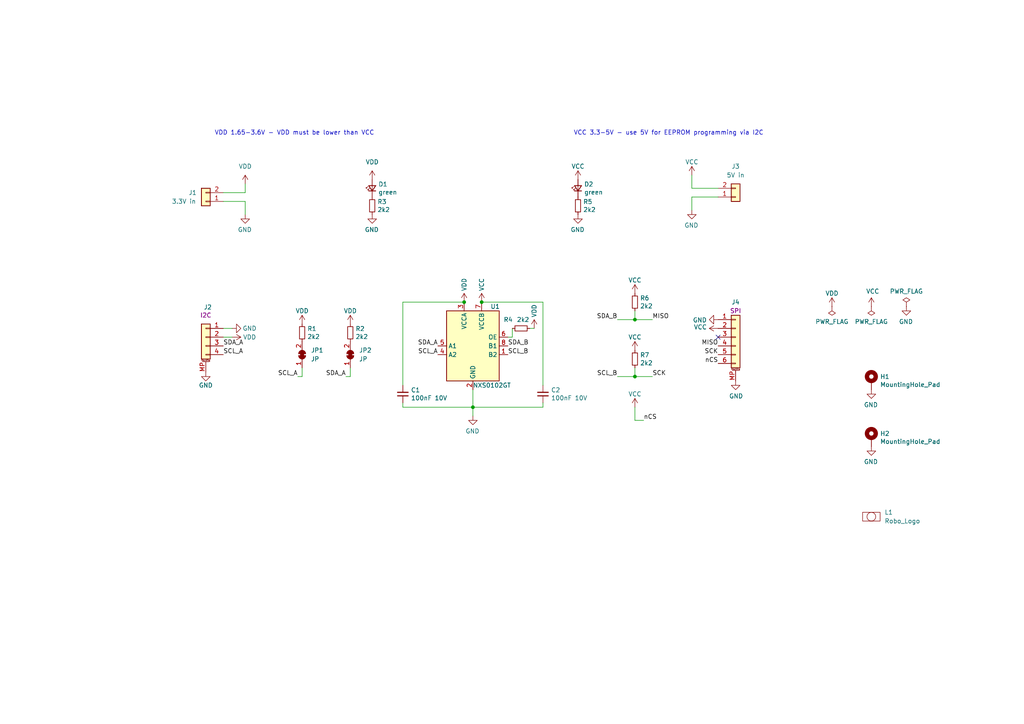
<source format=kicad_sch>
(kicad_sch (version 20211123) (generator eeschema)
  (paper "A4")
  (lib_symbols
    (symbol "Connector_Generic:Conn_01x02" (pin_names (offset 1.016) hide)
      (property "Reference" "J" (at 0 2.54 0))
      (property "Value" "Conn_01x02" (at 0 -5.08 0))
      (symbol "Conn_01x02_1_1"
        (rectangle (start -1.27 -2.413) (end 0 -2.667) (stroke (width 0.1524)))
        (rectangle (start -1.27 0.127) (end 0 -0.127) (stroke (width 0.1524)))
        (rectangle (start -1.27 1.27) (end 1.27 -3.81) (stroke (width 0.254)) (fill (type background)))
        (pin passive line (at -5.08 0 0) (length 3.81) (name "Pin_1") (number "1"))
        (pin passive line (at -5.08 -2.54 0) (length 3.81) (name "Pin_2") (number "2"))
      )
    )
    (symbol "Connector_Generic_MountingPin:Conn_01x04_MountingPin" (pin_names (offset 1.016) hide)
      (property "Reference" "J" (at 0 5.08 0))
      (property "Value" "Conn_01x04_MountingPin" (at 1.27 -7.62 0))
      (symbol "Conn_01x04_MountingPin_1_1"
        (rectangle (start -1.27 -4.953) (end 0 -5.207) (stroke (width 0.1524)))
        (rectangle (start -1.27 -2.413) (end 0 -2.667) (stroke (width 0.1524)))
        (rectangle (start -1.27 0.127) (end 0 -0.127) (stroke (width 0.1524)))
        (rectangle (start -1.27 2.667) (end 0 2.413) (stroke (width 0.1524)))
        (rectangle (start -1.27 3.81) (end 1.27 -6.35) (stroke (width 0.254)) (fill (type background)))
        (polyline (pts (xy -1.016 -7.112) (xy 1.016 -7.112)) (stroke (width 0.1524)))
        (text "Mounting" (at 0 -6.731 0) (effects (font (size 0.381 0.381))))
        (pin passive line (at -5.08 2.54 0) (length 3.81) (name "Pin_1") (number "1"))
        (pin passive line (at -5.08 0 0) (length 3.81) (name "Pin_2") (number "2"))
        (pin passive line (at -5.08 -2.54 0) (length 3.81) (name "Pin_3") (number "3"))
        (pin passive line (at -5.08 -5.08 0) (length 3.81) (name "Pin_4") (number "4"))
        (pin passive line (at 0 -10.16 90) (length 3.048) (name "MountPin") (number "MP"))
      )
    )
    (symbol "Connector_Generic_MountingPin:Conn_01x06_MountingPin" (pin_names (offset 1.016) hide)
      (property "Reference" "J" (at 0 7.62 0))
      (property "Value" "Conn_01x06_MountingPin" (at 1.27 -10.16 0))
      (symbol "Conn_01x06_MountingPin_1_1"
        (rectangle (start -1.27 -7.493) (end 0 -7.747) (stroke (width 0.1524)))
        (rectangle (start -1.27 -4.953) (end 0 -5.207) (stroke (width 0.1524)))
        (rectangle (start -1.27 -2.413) (end 0 -2.667) (stroke (width 0.1524)))
        (rectangle (start -1.27 0.127) (end 0 -0.127) (stroke (width 0.1524)))
        (rectangle (start -1.27 2.667) (end 0 2.413) (stroke (width 0.1524)))
        (rectangle (start -1.27 5.207) (end 0 4.953) (stroke (width 0.1524)))
        (rectangle (start -1.27 6.35) (end 1.27 -8.89) (stroke (width 0.254)) (fill (type background)))
        (polyline (pts (xy -1.016 -9.652) (xy 1.016 -9.652)) (stroke (width 0.1524)))
        (text "Mounting" (at 0 -9.271 0) (effects (font (size 0.381 0.381))))
        (pin passive line (at -5.08 5.08 0) (length 3.81) (name "Pin_1") (number "1"))
        (pin passive line (at -5.08 2.54 0) (length 3.81) (name "Pin_2") (number "2"))
        (pin passive line (at -5.08 0 0) (length 3.81) (name "Pin_3") (number "3"))
        (pin passive line (at -5.08 -2.54 0) (length 3.81) (name "Pin_4") (number "4"))
        (pin passive line (at -5.08 -5.08 0) (length 3.81) (name "Pin_5") (number "5"))
        (pin passive line (at -5.08 -7.62 0) (length 3.81) (name "Pin_6") (number "6"))
        (pin passive line (at 0 -12.7 90) (length 3.048) (name "MountPin") (number "MP"))
      )
    )
    (symbol "Device:C_Small" (pin_numbers hide) (pin_names (offset 0.254) hide)
      (property "Reference" "C" (at 0.254 1.778 0))
      (property "Value" "C_Small" (at 0.254 -2.032 0))
      (symbol "C_Small_0_1"
        (polyline (pts (xy -1.524 -0.508) (xy 1.524 -0.508)) (stroke (width 0.3302)))
        (polyline (pts (xy -1.524 0.508) (xy 1.524 0.508)) (stroke (width 0.3048)))
      )
      (symbol "C_Small_1_1"
        (pin passive line (at 0 2.54 270) (length 2.032) (name "~") (number "1"))
        (pin passive line (at 0 -2.54 90) (length 2.032) (name "~") (number "2"))
      )
    )
    (symbol "Device:LED_Small" (pin_numbers hide) (pin_names (offset 0.254) hide)
      (property "Reference" "D" (at -1.27 3.175 0))
      (property "Value" "LED_Small" (at -4.445 -2.54 0))
      (symbol "LED_Small_0_1"
        (polyline (pts (xy -0.762 -1.016) (xy -0.762 1.016)) (stroke (width 0.254)))
        (polyline (pts (xy 1.016 0) (xy -0.762 0)))
        (polyline (pts (xy 0.762 -1.016) (xy -0.762 0) (xy 0.762 1.016) (xy 0.762 -1.016)) (stroke (width 0.254)))
        (polyline (pts (xy 0 0.762) (xy -0.508 1.27) (xy -0.254 1.27) (xy -0.508 1.27) (xy -0.508 1.016)))
        (polyline (pts (xy 0.508 1.27) (xy 0 1.778) (xy 0.254 1.778) (xy 0 1.778) (xy 0 1.524)))
      )
      (symbol "LED_Small_1_1"
        (pin passive line (at -2.54 0 0) (length 1.778) (name "K") (number "1"))
        (pin passive line (at 2.54 0 180) (length 1.778) (name "A") (number "2"))
      )
    )
    (symbol "Device:R_Small" (pin_numbers hide) (pin_names (offset 0.254) hide)
      (property "Reference" "R" (at 0.762 0.508 0))
      (property "Value" "R_Small" (at 0.762 -1.016 0))
      (symbol "R_Small_0_1"
        (rectangle (start -0.762 1.778) (end 0.762 -1.778) (stroke (width 0.2032)))
      )
      (symbol "R_Small_1_1"
        (pin passive line (at 0 2.54 270) (length 0.762) (name "~") (number "1"))
        (pin passive line (at 0 -2.54 90) (length 0.762) (name "~") (number "2"))
      )
    )
    (symbol "Jumper:SolderJumper_2_Bridged" (pin_names (offset 0) hide)
      (property "Reference" "JP" (at 0 2.032 0))
      (property "Value" "SolderJumper_2_Bridged" (at 0 -2.54 0))
      (symbol "SolderJumper_2_Bridged_0_1"
        (rectangle (start -0.508 0.508) (end 0.508 -0.508) (fill (type outline)))
        (arc (start -0.254 1.016) (mid -1.27 0) (end -0.254 -1.016))
        (arc (start -0.254 1.016) (mid -1.27 0) (end -0.254 -1.016) (fill (type outline)))
        (polyline (pts (xy -0.254 1.016) (xy -0.254 -1.016)))
        (polyline (pts (xy 0.254 1.016) (xy 0.254 -1.016)))
        (arc (start 0.254 -1.016) (mid 1.27 0) (end 0.254 1.016))
        (arc (start 0.254 -1.016) (mid 1.27 0) (end 0.254 1.016) (fill (type outline)))
      )
      (symbol "SolderJumper_2_Bridged_1_1"
        (pin passive line (at -3.81 0 0) (length 2.54) (name "A") (number "1"))
        (pin passive line (at 3.81 0 180) (length 2.54) (name "B") (number "2"))
      )
    )
    (symbol "Mechanical:MountingHole_Pad" (pin_numbers hide) (pin_names (offset 1.016) hide)
      (property "Reference" "H" (at 0 6.35 0))
      (property "Value" "MountingHole_Pad" (at 0 4.445 0))
      (symbol "MountingHole_Pad_0_1"
        (circle (center 0 1.27) (radius 1.27) (stroke (width 1.27)))
      )
      (symbol "MountingHole_Pad_1_1"
        (pin input line (at 0 -2.54 90) (length 2.54) (name "1") (number "1"))
      )
    )
    (symbol "power:GND" (power) (pin_names (offset 0))
      (property "Value" "GND" (at 0 -3.81 0))
      (symbol "GND_0_1"
        (polyline (pts (xy 0 0) (xy 0 -1.27) (xy 1.27 -1.27) (xy 0 -2.54) (xy -1.27 -1.27) (xy 0 -1.27)))
      )
      (symbol "GND_1_1"
        (pin power_in line (at 0 0 270) (length 0) hide (name "GND") (number "1"))
      )
    )
    (symbol "power:PWR_FLAG" (power) (pin_numbers hide) (pin_names (offset 0) hide)
      (property "Value" "PWR_FLAG" (at 0 3.81 0))
      (symbol "PWR_FLAG_0_0"
        (pin power_out line (at 0 0 90) (length 0) (name "pwr") (number "1"))
      )
      (symbol "PWR_FLAG_0_1"
        (polyline (pts (xy 0 0) (xy 0 1.27) (xy -1.016 1.905) (xy 0 2.54) (xy 1.016 1.905) (xy 0 1.27)))
      )
    )
    (symbol "power:VCC" (power) (pin_names (offset 0))
      (property "Value" "VCC" (at 0 3.81 0))
      (symbol "VCC_0_1"
        (polyline (pts (xy -0.762 1.27) (xy 0 2.54)))
        (polyline (pts (xy 0 0) (xy 0 2.54)))
        (polyline (pts (xy 0 2.54) (xy 0.762 1.27)))
      )
      (symbol "VCC_1_1"
        (pin power_in line (at 0 0 90) (length 0) hide (name "VCC") (number "1"))
      )
    )
    (symbol "power:VDD" (power) (pin_names (offset 0))
      (property "Value" "VDD" (at 0 3.81 0))
      (symbol "VDD_0_1"
        (polyline (pts (xy -0.762 1.27) (xy 0 2.54)))
        (polyline (pts (xy 0 0) (xy 0 2.54)))
        (polyline (pts (xy 0 2.54) (xy 0.762 1.27)))
      )
      (symbol "VDD_1_1"
        (pin power_in line (at 0 0 90) (length 0) hide (name "VDD") (number "1"))
      )
    )
    (symbol "runger:NXB0102GTX"
      (property "Reference" "U" (at -7.62 11.43 0))
      (property "Value" "NXB0102GTX" (at 5.08 11.43 0))
      (property "Manu" "NXP" (at 0 0 0))
      (property "Part" "NXB0102GTX" (at 0 0 0))
      (symbol "NXB0102GTX_0_1"
        (rectangle (start -7.62 10.16) (end 7.62 -10.16) (stroke (width 0.254)) (fill (type background)))
      )
      (symbol "NXB0102GTX_1_1"
        (pin bidirectional line (at 10.16 -2.54 180) (length 2.54) (name "B2") (number "1"))
        (pin power_in line (at 0 -12.7 90) (length 2.54) (name "GND") (number "2"))
        (pin power_in line (at -2.54 12.7 270) (length 2.54) (name "VCCA") (number "3"))
        (pin bidirectional line (at -10.16 -2.54 0) (length 2.54) (name "A2") (number "4"))
        (pin bidirectional line (at -10.16 0 0) (length 2.54) (name "A1") (number "5"))
        (pin input line (at 10.16 2.54 180) (length 2.54) (name "OE") (number "6"))
        (pin power_in line (at 2.54 12.7 270) (length 2.54) (name "VCCB") (number "7"))
        (pin bidirectional line (at 10.16 0 180) (length 2.54) (name "B1") (number "8"))
      )
    )
    (symbol "runger:Robo_Logo" (in_bom no)
      (property "Reference" "L" (at 0 3.81 0))
      (property "Value" "Robo_Logo" (at 0 -3.81 0))
      (symbol "Robo_Logo_0_1"
        (rectangle (start -2.54 1.27) (end 2.54 -1.27) (stroke (width 0.1524)))
        (circle (center 0 0) (radius 1.27) (stroke (width 0.1524)))
      )
    )
  )
  (junction (at 184.15 109.22))
  (junction (at 137.16 118.11))
  (junction (at 139.7 87.63))
  (junction (at 134.62 87.63))
  (junction (at 184.15 92.71))
  (no_connect (at 208.28 97.79))
  (wire (pts (xy 101.6 106.68) (xy 101.6 109.22)))
  (wire (pts (xy 67.31 97.79) (xy 64.77 97.79)))
  (wire (pts (xy 148.59 95.25) (xy 148.59 97.79)))
  (wire (pts (xy 200.66 57.15) (xy 200.66 60.96)))
  (wire (pts (xy 116.84 116.84) (xy 116.84 118.11)))
  (wire (pts (xy 208.28 54.61) (xy 200.66 54.61)))
  (wire (pts (xy 86.36 109.22) (xy 87.63 109.22)))
  (wire (pts (xy 71.12 55.88) (xy 71.12 53.34)))
  (wire (pts (xy 139.7 87.63) (xy 157.48 87.63)))
  (wire (pts (xy 184.15 92.71) (xy 189.23 92.71)))
  (wire (pts (xy 157.48 118.11) (xy 157.48 116.84)))
  (wire (pts (xy 179.07 109.22) (xy 184.15 109.22)))
  (wire (pts (xy 100.33 109.22) (xy 101.6 109.22)))
  (wire (pts (xy 157.48 111.76) (xy 157.48 87.63)))
  (wire (pts (xy 184.15 90.17) (xy 184.15 92.71)))
  (wire (pts (xy 64.77 58.42) (xy 71.12 58.42)))
  (wire (pts (xy 64.77 55.88) (xy 71.12 55.88)))
  (wire (pts (xy 184.15 109.22) (xy 189.23 109.22)))
  (wire (pts (xy 137.16 118.11) (xy 157.48 118.11)))
  (wire (pts (xy 137.16 113.03) (xy 137.16 118.11)))
  (wire (pts (xy 179.07 92.71) (xy 184.15 92.71)))
  (wire (pts (xy 184.15 106.68) (xy 184.15 109.22)))
  (wire (pts (xy 208.28 57.15) (xy 200.66 57.15)))
  (wire (pts (xy 184.15 121.92) (xy 186.69 121.92)))
  (wire (pts (xy 64.77 95.25) (xy 67.31 95.25)))
  (wire (pts (xy 153.67 95.25) (xy 154.94 95.25)))
  (wire (pts (xy 116.84 118.11) (xy 137.16 118.11)))
  (wire (pts (xy 137.16 118.11) (xy 137.16 120.65)))
  (wire (pts (xy 116.84 87.63) (xy 116.84 111.76)))
  (wire (pts (xy 200.66 54.61) (xy 200.66 50.8)))
  (wire (pts (xy 87.63 106.68) (xy 87.63 109.22)))
  (wire (pts (xy 134.62 87.63) (xy 116.84 87.63)))
  (wire (pts (xy 71.12 58.42) (xy 71.12 62.23)))
  (wire (pts (xy 148.59 97.79) (xy 147.32 97.79)))
  (wire (pts (xy 184.15 118.11) (xy 184.15 121.92)))
  (text "VDD 1.65-3.6V - VDD must be lower than VCC" (at 62.23 39.37 0) (effects (font (size 1.27 1.27)) (justify left bottom)))
  (text "VCC 3.3-5V - use 5V for EEPROM programming via I2C" (at 166.37 39.37 0) (effects (font (size 1.27 1.27)) (justify left bottom)))
  (label "SDA_A" (at 127 100.33 180))
  (label "MISO" (at 208.28 100.33 180))
  (label "SDA_B" (at 179.07 92.71 180))
  (label "SCK" (at 189.23 109.22 0))
  (label "SDA_A" (at 64.77 100.33 0))
  (label "SCK" (at 208.28 102.87 180))
  (label "nCS" (at 186.69 121.92 0))
  (label "SCL_A" (at 127 102.87 180))
  (label "SCL_A" (at 86.36 109.22 180))
  (label "SDA_A" (at 100.33 109.22 180))
  (label "MISO" (at 189.23 92.71 0))
  (label "nCS" (at 208.28 105.41 180))
  (label "SCL_A" (at 64.77 102.87 0))
  (label "SCL_B" (at 147.32 102.87 0))
  (label "SDA_B" (at 147.32 100.33 0))
  (label "SCL_B" (at 179.07 109.22 180))
  (symbol (lib_id "power:GND") (at 252.73 129.54 0) (mirror y) (unit 1)
    (property "Reference" "#PWR028" (effects hide))
    (property "Value" "GND" (at 252.603 133.9342 0))
  )
  (symbol (lib_id "Jumper:SolderJumper_2_Bridged") (at 87.63 102.87 90) (unit 1)
    (property "Reference" "JP1" (at 90.17 101.5999 90) (effects (justify right)))
    (property "Value" "JP" (at 90.17 104.1399 90) (effects (justify right)))
    (property "Footprint" "Jumper:SolderJumper-2_P1.3mm_Bridged2Bar_RoundedPad1.0x1.5mm" (effects hide))
  )
  (symbol (lib_id "power:VDD") (at 154.94 95.25 0) (unit 1)
    (property "Reference" "#PWR015" (effects hide))
    (property "Value" "VDD" (at 154.94 90.17 90))
  )
  (symbol (lib_id "Jumper:SolderJumper_2_Bridged") (at 101.6 102.87 90) (unit 1)
    (property "Reference" "JP2" (at 104.14 101.5999 90) (effects (justify right)))
    (property "Value" "JP" (at 104.14 104.1399 90) (effects (justify right)))
    (property "Footprint" "Jumper:SolderJumper-2_P1.3mm_Bridged2Bar_RoundedPad1.0x1.5mm" (effects hide))
  )
  (symbol (lib_id "Device:R_Small") (at 101.6 96.52 0) (unit 1)
    (property "Reference" "R2" (at 103.0986 95.3516 0) (effects (justify left)))
    (property "Value" "2k2" (at 103.0986 97.663 0) (effects (justify left)))
    (property "Footprint" "Resistor_SMD:R_0402_1005Metric" (effects hide))
    (property "Part" "Generic 2k2 Resistor" (effects hide))
    (property "Manu" "Generic" (effects hide))
  )
  (symbol (lib_id "Device:R_Small") (at 107.95 59.69 0) (unit 1)
    (property "Reference" "R3" (at 109.4486 58.5216 0) (effects (justify left)))
    (property "Value" "2k2" (at 109.4486 60.833 0) (effects (justify left)))
    (property "Footprint" "Resistor_SMD:R_0402_1005Metric" (effects hide))
    (property "Part" "Generic 2k2 Resistor" (effects hide))
    (property "Manu" "Generic" (effects hide))
  )
  (symbol (lib_id "power:VCC") (at 167.64 52.07 0) (unit 1)
    (property "Reference" "#PWR016" (effects hide))
    (property "Value" "VCC" (at 167.64 48.26 0))
  )
  (symbol (lib_id "power:VDD") (at 134.62 87.63 0) (unit 1)
    (property "Reference" "#PWR012" (effects hide))
    (property "Value" "VDD" (at 134.62 82.55 90))
  )
  (symbol (lib_id "power:VCC") (at 184.15 85.09 0) (unit 1)
    (property "Reference" "#PWR018" (effects hide))
    (property "Value" "VCC" (at 184.15 81.28 0))
  )
  (symbol (lib_id "runger:NXB0102GTX") (at 137.16 100.33 0) (unit 1)
    (property "Reference" "U1" (at 142.24 88.9 0) (effects (justify left)))
    (property "Value" "NXS0102GT" (at 137.16 111.76 0) (effects (justify left)))
    (property "Footprint" "runger:SOT833-1 (XSON8)" (effects hide))
    (property "Datasheet" "https://www.mouser.at/datasheet/2/916/NXB0102-1714053.pdf" (effects hide))
    (property "Manu" "NXP" (effects hide))
    (property "Part" "NXS0102GT" (effects hide))
  )
  (symbol (lib_id "Connector_Generic:Conn_01x02") (at 59.69 58.42 180) (unit 1)
    (property "Reference" "J1" (at 55.88 55.88 0))
    (property "Value" "3.3V in" (at 53.34 58.42 0))
    (property "Footprint" "Connector_PinHeader_2.54mm:PinHeader_1x02_P2.54mm_Vertical" (effects hide))
  )
  (symbol (lib_id "power:VDD") (at 87.63 93.98 0) (unit 1)
    (property "Reference" "#PWR06" (effects hide))
    (property "Value" "VDD" (at 87.63 90.17 0))
  )
  (symbol (lib_id "power:VCC") (at 200.66 50.8 0) (unit 1)
    (property "Reference" "#PWR021" (effects hide))
    (property "Value" "VCC" (at 200.66 46.99 0))
  )
  (symbol (lib_id "power:GND") (at 167.64 62.23 0) (mirror y) (unit 1)
    (property "Reference" "#PWR017" (effects hide))
    (property "Value" "GND" (at 167.513 66.6242 0))
  )
  (symbol (lib_id "power:VDD") (at 101.6 93.98 0) (unit 1)
    (property "Reference" "#PWR08" (effects hide))
    (property "Value" "VDD" (at 101.6 90.17 0))
  )
  (symbol (lib_id "power:VCC") (at 252.73 88.9 0) (unit 1)
    (property "Reference" "#PWR026" (effects hide))
    (property "Value" "VCC" (at 253.111 84.5058 0))
  )
  (symbol (lib_id "power:VDD") (at 107.95 52.07 0) (unit 1)
    (property "Reference" "#PWR010" (effects hide))
    (property "Value" "VDD" (at 107.95 46.99 0))
  )
  (symbol (lib_id "power:PWR_FLAG") (at 241.3 88.9 180) (unit 1)
    (property "Reference" "#FLG0101" (effects hide))
    (property "Value" "PWR_FLAG" (at 241.3 93.2942 0))
  )
  (symbol (lib_id "Mechanical:MountingHole_Pad") (at 252.73 127 0) (unit 1)
    (property "Reference" "H2" (at 255.27 125.7554 0) (effects (justify left)))
    (property "Value" "MountingHole_Pad" (at 255.27 128.0668 0) (effects (justify left)))
    (property "Footprint" "MountingHole:MountingHole_2.2mm_M2_ISO7380_Pad" (effects hide))
  )
  (symbol (lib_id "power:VCC") (at 184.15 101.6 0) (unit 1)
    (property "Reference" "#PWR019" (effects hide))
    (property "Value" "VCC" (at 184.15 97.79 0))
  )
  (symbol (lib_id "power:GND") (at 59.69 107.95 0) (mirror y) (unit 1)
    (property "Reference" "#PWR01" (effects hide))
    (property "Value" "GND" (at 59.69 111.76 0))
  )
  (symbol (lib_id "Mechanical:MountingHole_Pad") (at 252.73 110.49 0) (unit 1)
    (property "Reference" "H1" (at 255.27 109.2454 0) (effects (justify left)))
    (property "Value" "MountingHole_Pad" (at 255.27 111.5568 0) (effects (justify left)))
    (property "Footprint" "MountingHole:MountingHole_2.2mm_M2_ISO7380_Pad" (effects hide))
  )
  (symbol (lib_id "Device:C_Small") (at 157.48 114.3 180) (unit 1)
    (property "Reference" "C2" (at 159.8168 113.1316 0) (effects (justify right)))
    (property "Value" "100nF 10V" (at 159.8168 115.443 0) (effects (justify right)))
    (property "Footprint" "Capacitor_SMD:C_0402_1005Metric" (effects hide))
    (property "Part" "GRM155R71A104KA01J" (effects hide))
    (property "Manu" "Murata" (effects hide))
  )
  (symbol (lib_id "Device:R_Small") (at 87.63 96.52 0) (unit 1)
    (property "Reference" "R1" (at 89.1286 95.3516 0) (effects (justify left)))
    (property "Value" "2k2" (at 89.1286 97.663 0) (effects (justify left)))
    (property "Footprint" "Resistor_SMD:R_0402_1005Metric" (effects hide))
    (property "Part" "Generic 2k2 Resistor" (effects hide))
    (property "Manu" "Generic" (effects hide))
  )
  (symbol (lib_id "power:VDD") (at 241.3 88.9 0) (unit 1)
    (property "Reference" "#PWR0101" (effects hide))
    (property "Value" "VDD" (at 241.3 85.09 0))
  )
  (symbol (lib_id "power:GND") (at 107.95 62.23 0) (mirror y) (unit 1)
    (property "Reference" "#PWR011" (effects hide))
    (property "Value" "GND" (at 107.823 66.6242 0))
  )
  (symbol (lib_id "Connector_Generic_MountingPin:Conn_01x06_MountingPin") (at 213.36 97.79 0) (unit 1)
    (property "Reference" "J4" (at 213.36 87.63 0))
    (property "Value" "JST_SH_SM06B" (effects hide))
    (property "Footprint" "Connector_JST:JST_SH_SM06B-SRSS-TB_1x06-1MP_P1.00mm_Horizontal" (effects hide))
    (property "Port" "SPI" (at 213.36 90.17 0))
    (property "Manu" "JST" (effects hide))
    (property "Part" "SH_SM06B-SRSS-TB_1x06-1MP" (effects hide))
    (property "Notes" "JST SH_SM06B-SRSS-TB_1x06-1MP_P1.00mm_Horizontal or compatible, e.g. Joint Tech A1001WR-S-6P" (effects hide))
  )
  (symbol (lib_id "power:VCC") (at 208.28 95.25 90) (unit 1)
    (property "Reference" "#PWR024" (effects hide))
    (property "Value" "VCC" (at 205.0542 94.869 90) (effects (justify left)))
  )
  (symbol (lib_id "Connector_Generic_MountingPin:Conn_01x04_MountingPin") (at 59.69 97.79 0) (mirror y) (unit 1)
    (property "Reference" "J2" (at 61.468 89.1032 0) (effects (justify left)))
    (property "Value" "JST_SH_SM04B" (effects hide))
    (property "Footprint" "Connector_JST:JST_SH_SM04B-SRSS-TB_1x04-1MP_P1.00mm_Horizontal" (effects hide))
    (property "Port" "I2C" (at 59.69 91.44 0))
    (property "Manu" "JST" (effects hide))
    (property "Part" "SH_SM04B-SRSS-TB_1x04-1MP" (effects hide))
  )
  (symbol (lib_id "Connector_Generic:Conn_01x02") (at 213.36 57.15 0) (mirror x) (unit 1)
    (property "Reference" "J3" (at 213.36 48.26 0))
    (property "Value" "5V in" (at 213.36 50.8 0))
    (property "Footprint" "Connector_PinHeader_2.54mm:PinHeader_1x02_P2.54mm_Vertical" (effects hide))
  )
  (symbol (lib_id "power:VCC") (at 139.7 87.63 0) (unit 1)
    (property "Reference" "#PWR014" (effects hide))
    (property "Value" "VCC" (at 139.7 82.55 90))
  )
  (symbol (lib_id "power:PWR_FLAG") (at 262.89 88.9 0) (unit 1)
    (property "Reference" "#FLG02" (effects hide))
    (property "Value" "PWR_FLAG" (at 262.89 84.5058 0))
  )
  (symbol (lib_id "runger:Robo_Logo") (at 252.73 149.86 0) (unit 1) (in_bom no)
    (property "Reference" "L1" (at 256.54 148.5899 0) (effects (justify left)))
    (property "Value" "Robo_Logo" (at 256.54 151.1299 0) (effects (justify left)))
    (property "Footprint" "runger:Robo_logo2" (effects hide))
  )
  (symbol (lib_id "power:GND") (at 200.66 60.96 0) (mirror y) (unit 1)
    (property "Reference" "#PWR022" (effects hide))
    (property "Value" "GND" (at 200.533 65.3542 0))
  )
  (symbol (lib_id "power:VCC") (at 184.15 118.11 0) (unit 1)
    (property "Reference" "#PWR020" (effects hide))
    (property "Value" "VCC" (at 184.15 114.3 0))
  )
  (symbol (lib_id "power:GND") (at 137.16 120.65 0) (mirror y) (unit 1)
    (property "Reference" "#PWR013" (effects hide))
    (property "Value" "GND" (at 137.033 125.0442 0))
  )
  (symbol (lib_id "Device:R_Small") (at 184.15 87.63 0) (unit 1)
    (property "Reference" "R6" (at 185.6486 86.4616 0) (effects (justify left)))
    (property "Value" "2k2" (at 185.6486 88.773 0) (effects (justify left)))
    (property "Footprint" "Resistor_SMD:R_0402_1005Metric" (effects hide))
    (property "Part" "Generic 2k2 Resistor" (effects hide))
    (property "Manu" "Generic" (effects hide))
  )
  (symbol (lib_id "Device:R_Small") (at 151.13 95.25 270) (unit 1)
    (property "Reference" "R4" (at 146.05 92.71 90) (effects (justify left)))
    (property "Value" "2k2" (at 149.86 92.71 90) (effects (justify left)))
    (property "Footprint" "Resistor_SMD:R_0402_1005Metric" (effects hide))
    (property "Part" "Generic 2k2 Resistor" (effects hide))
    (property "Manu" "Generic" (effects hide))
  )
  (symbol (lib_id "power:GND") (at 252.73 113.03 0) (mirror y) (unit 1)
    (property "Reference" "#PWR027" (effects hide))
    (property "Value" "GND" (at 252.603 117.4242 0))
  )
  (symbol (lib_id "power:GND") (at 71.12 62.23 0) (mirror y) (unit 1)
    (property "Reference" "#PWR05" (effects hide))
    (property "Value" "GND" (at 70.993 66.6242 0))
  )
  (symbol (lib_id "power:PWR_FLAG") (at 252.73 88.9 180) (unit 1)
    (property "Reference" "#FLG01" (effects hide))
    (property "Value" "PWR_FLAG" (at 252.73 93.2942 0))
  )
  (symbol (lib_id "power:VDD") (at 71.12 53.34 0) (unit 1)
    (property "Reference" "#PWR04" (effects hide))
    (property "Value" "VDD" (at 71.12 48.26 0))
  )
  (symbol (lib_id "power:GND") (at 262.89 88.9 0) (mirror y) (unit 1)
    (property "Reference" "#PWR029" (effects hide))
    (property "Value" "GND" (at 262.763 93.2942 0))
  )
  (symbol (lib_id "Device:LED_Small") (at 167.64 54.61 90) (unit 1)
    (property "Reference" "D2" (at 169.418 53.4416 90) (effects (justify right)))
    (property "Value" "green" (at 169.418 55.753 90) (effects (justify right)))
    (property "Footprint" "LED_SMD:LED_0402_1005Metric" (effects hide))
    (property "Manu" "Wurth" (effects hide))
    (property "Part" "150040VS73240" (effects hide))
    (property "Notes" "inexpensive green LED please" (effects hide))
  )
  (symbol (lib_id "power:GND") (at 67.31 95.25 90) (mirror x) (unit 1)
    (property "Reference" "#PWR02" (effects hide))
    (property "Value" "GND" (at 72.39 95.25 90))
  )
  (symbol (lib_id "Device:R_Small") (at 167.64 59.69 0) (unit 1)
    (property "Reference" "R5" (at 169.1386 58.5216 0) (effects (justify left)))
    (property "Value" "2k2" (at 169.1386 60.833 0) (effects (justify left)))
    (property "Footprint" "Resistor_SMD:R_0402_1005Metric" (effects hide))
    (property "Part" "Generic 2k2 Resistor" (effects hide))
    (property "Manu" "Generic" (effects hide))
  )
  (symbol (lib_id "Device:C_Small") (at 116.84 114.3 180) (unit 1)
    (property "Reference" "C1" (at 119.1768 113.1316 0) (effects (justify right)))
    (property "Value" "100nF 10V" (at 119.1768 115.443 0) (effects (justify right)))
    (property "Footprint" "Capacitor_SMD:C_0402_1005Metric" (effects hide))
    (property "Part" "GRM155R71A104KA01J" (effects hide))
    (property "Manu" "Murata" (effects hide))
  )
  (symbol (lib_id "Device:LED_Small") (at 107.95 54.61 90) (unit 1)
    (property "Reference" "D1" (at 109.728 53.4416 90) (effects (justify right)))
    (property "Value" "green" (at 109.728 55.753 90) (effects (justify right)))
    (property "Footprint" "LED_SMD:LED_0402_1005Metric" (effects hide))
    (property "Manu" "Wurth" (effects hide))
    (property "Part" "150040VS73240" (effects hide))
    (property "Notes" "inexpensive green LED please" (effects hide))
  )
  (symbol (lib_id "power:VDD") (at 67.31 97.79 270) (unit 1)
    (property "Reference" "#PWR03" (effects hide))
    (property "Value" "VDD" (at 72.39 97.79 90))
  )
  (symbol (lib_id "power:GND") (at 213.36 110.49 0) (unit 1)
    (property "Reference" "#PWR025" (effects hide))
    (property "Value" "GND" (at 213.487 114.8842 0))
  )
  (symbol (lib_id "Device:R_Small") (at 184.15 104.14 0) (unit 1)
    (property "Reference" "R7" (at 185.6486 102.9716 0) (effects (justify left)))
    (property "Value" "2k2" (at 185.6486 105.283 0) (effects (justify left)))
    (property "Footprint" "Resistor_SMD:R_0402_1005Metric" (effects hide))
    (property "Part" "Generic 2k2 Resistor" (effects hide))
    (property "Manu" "Generic" (effects hide))
  )
  (symbol (lib_id "power:GND") (at 208.28 92.71 270) (unit 1)
    (property "Reference" "#PWR023" (effects hide))
    (property "Value" "GND" (at 205.0288 92.837 90) (effects (justify right)))
  )
)
</source>
